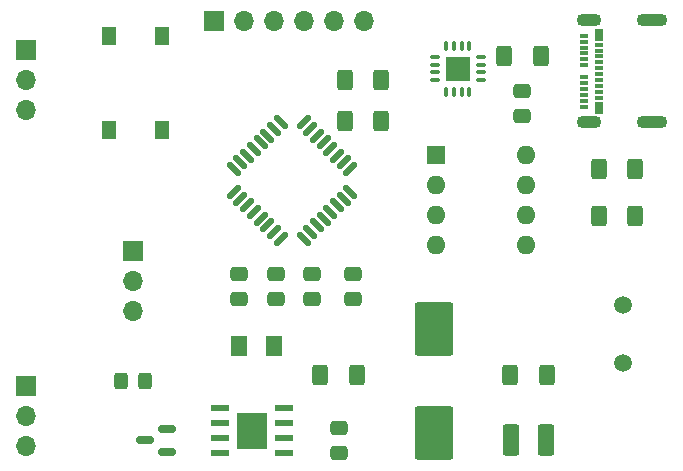
<source format=gbr>
%TF.GenerationSoftware,KiCad,Pcbnew,8.0.6*%
%TF.CreationDate,2025-06-01T13:35:19-05:00*%
%TF.ProjectId,TPS_Calibration_Board,5450535f-4361-46c6-9962-726174696f6e,rev?*%
%TF.SameCoordinates,Original*%
%TF.FileFunction,Soldermask,Top*%
%TF.FilePolarity,Negative*%
%FSLAX46Y46*%
G04 Gerber Fmt 4.6, Leading zero omitted, Abs format (unit mm)*
G04 Created by KiCad (PCBNEW 8.0.6) date 2025-06-01 13:35:19*
%MOMM*%
%LPD*%
G01*
G04 APERTURE LIST*
G04 Aperture macros list*
%AMRoundRect*
0 Rectangle with rounded corners*
0 $1 Rounding radius*
0 $2 $3 $4 $5 $6 $7 $8 $9 X,Y pos of 4 corners*
0 Add a 4 corners polygon primitive as box body*
4,1,4,$2,$3,$4,$5,$6,$7,$8,$9,$2,$3,0*
0 Add four circle primitives for the rounded corners*
1,1,$1+$1,$2,$3*
1,1,$1+$1,$4,$5*
1,1,$1+$1,$6,$7*
1,1,$1+$1,$8,$9*
0 Add four rect primitives between the rounded corners*
20,1,$1+$1,$2,$3,$4,$5,0*
20,1,$1+$1,$4,$5,$6,$7,0*
20,1,$1+$1,$6,$7,$8,$9,0*
20,1,$1+$1,$8,$9,$2,$3,0*%
G04 Aperture macros list end*
%ADD10RoundRect,0.250000X0.475000X-0.337500X0.475000X0.337500X-0.475000X0.337500X-0.475000X-0.337500X0*%
%ADD11RoundRect,0.250000X-0.325000X-0.450000X0.325000X-0.450000X0.325000X0.450000X-0.325000X0.450000X0*%
%ADD12R,1.700000X1.700000*%
%ADD13O,1.700000X1.700000*%
%ADD14RoundRect,0.250000X-0.400000X-0.625000X0.400000X-0.625000X0.400000X0.625000X-0.400000X0.625000X0*%
%ADD15RoundRect,0.075000X-0.350000X-0.075000X0.350000X-0.075000X0.350000X0.075000X-0.350000X0.075000X0*%
%ADD16RoundRect,0.075000X-0.075000X-0.350000X0.075000X-0.350000X0.075000X0.350000X-0.075000X0.350000X0*%
%ADD17R,2.100000X2.100000*%
%ADD18RoundRect,0.250000X1.400000X2.000000X-1.400000X2.000000X-1.400000X-2.000000X1.400000X-2.000000X0*%
%ADD19R,1.550000X0.600000*%
%ADD20R,2.600000X3.100000*%
%ADD21RoundRect,0.250001X-0.462499X-1.074999X0.462499X-1.074999X0.462499X1.074999X-0.462499X1.074999X0*%
%ADD22R,0.700000X0.300000*%
%ADD23R,0.700000X1.000000*%
%ADD24O,2.100000X1.100000*%
%ADD25O,2.600000X1.100000*%
%ADD26RoundRect,0.250000X0.400000X0.625000X-0.400000X0.625000X-0.400000X-0.625000X0.400000X-0.625000X0*%
%ADD27RoundRect,0.250001X-0.462499X-0.624999X0.462499X-0.624999X0.462499X0.624999X-0.462499X0.624999X0*%
%ADD28RoundRect,0.250000X-0.475000X0.337500X-0.475000X-0.337500X0.475000X-0.337500X0.475000X0.337500X0*%
%ADD29R,1.600000X1.600000*%
%ADD30O,1.600000X1.600000*%
%ADD31C,1.500000*%
%ADD32RoundRect,0.125000X-0.353553X-0.530330X0.530330X0.353553X0.353553X0.530330X-0.530330X-0.353553X0*%
%ADD33RoundRect,0.125000X0.353553X-0.530330X0.530330X-0.353553X-0.353553X0.530330X-0.530330X0.353553X0*%
%ADD34RoundRect,0.150000X0.587500X0.150000X-0.587500X0.150000X-0.587500X-0.150000X0.587500X-0.150000X0*%
%ADD35R,1.300000X1.550000*%
G04 APERTURE END LIST*
D10*
%TO.C,C4*%
X36500000Y-43827500D03*
X36500000Y-41752500D03*
%TD*%
%TO.C,C5*%
X39670000Y-43827500D03*
X39670000Y-41752500D03*
%TD*%
D11*
%TO.C,F1*%
X26475000Y-50790000D03*
X28525000Y-50790000D03*
%TD*%
D12*
%TO.C,J3*%
X34400000Y-20290000D03*
D13*
X36940000Y-20290000D03*
X39480000Y-20290000D03*
X42020000Y-20290000D03*
X44560000Y-20290000D03*
X47100000Y-20290000D03*
%TD*%
D14*
%TO.C,R8*%
X66950000Y-32790000D03*
X70050000Y-32790000D03*
%TD*%
D15*
%TO.C,U3*%
X53075000Y-23340000D03*
X53075000Y-23990000D03*
X53075000Y-24640000D03*
X53075000Y-25290000D03*
D16*
X54050000Y-26265000D03*
X54700000Y-26265000D03*
X55350000Y-26265000D03*
X56000000Y-26265000D03*
D15*
X56975000Y-25290000D03*
X56975000Y-24640000D03*
X56975000Y-23990000D03*
X56975000Y-23340000D03*
D16*
X56000000Y-22365000D03*
X55350000Y-22365000D03*
X54700000Y-22365000D03*
X54050000Y-22365000D03*
D17*
X55025000Y-24315000D03*
%TD*%
D14*
%TO.C,R11*%
X43400000Y-50290000D03*
X46500000Y-50290000D03*
%TD*%
D18*
%TO.C,D1*%
X53000000Y-55190000D03*
X53000000Y-46390000D03*
%TD*%
D19*
%TO.C,U4*%
X34900000Y-53085000D03*
X34900000Y-54355000D03*
X34900000Y-55625000D03*
X34900000Y-56895000D03*
X40300000Y-56895000D03*
X40300000Y-55625000D03*
X40300000Y-54355000D03*
X40300000Y-53085000D03*
D20*
X37600000Y-54990000D03*
%TD*%
D21*
%TO.C,L1*%
X59500000Y-55790000D03*
X62475000Y-55790000D03*
%TD*%
D22*
%TO.C,P1*%
X65700000Y-27540000D03*
X65700000Y-27040000D03*
X65700000Y-26540000D03*
X65700000Y-26040000D03*
X65700000Y-25540000D03*
X65700000Y-25040000D03*
X65700000Y-24040000D03*
X65700000Y-23540000D03*
X65700000Y-23040000D03*
X65700000Y-22540000D03*
X65700000Y-22040000D03*
X65700000Y-21540000D03*
D23*
X67000000Y-21440000D03*
D22*
X67000000Y-22290000D03*
X67000000Y-22790000D03*
X67000000Y-23290000D03*
X67000000Y-23790000D03*
X67000000Y-24290000D03*
X67000000Y-24790000D03*
X67000000Y-25290000D03*
X67000000Y-25790000D03*
X67000000Y-26290000D03*
X67000000Y-26790000D03*
D23*
X67000000Y-27640000D03*
D24*
X66110000Y-28860000D03*
D25*
X71470000Y-28860000D03*
D24*
X66110000Y-20220000D03*
D25*
X71470000Y-20220000D03*
%TD*%
D26*
%TO.C,R4*%
X48550000Y-25290000D03*
X45450000Y-25290000D03*
%TD*%
%TO.C,R5*%
X48550000Y-28790000D03*
X45450000Y-28790000D03*
%TD*%
D14*
%TO.C,R10*%
X66950000Y-36790000D03*
X70050000Y-36790000D03*
%TD*%
D27*
%TO.C,D2*%
X36512500Y-47790000D03*
X39487500Y-47790000D03*
%TD*%
D28*
%TO.C,C12*%
X60500000Y-26252500D03*
X60500000Y-28327500D03*
%TD*%
D12*
%TO.C,J2*%
X18500000Y-22765000D03*
D13*
X18500000Y-25305000D03*
X18500000Y-27845000D03*
%TD*%
D29*
%TO.C,U1*%
X53200000Y-31670000D03*
D30*
X53200000Y-34210000D03*
X53200000Y-36750000D03*
X53200000Y-39290000D03*
X60820000Y-39290000D03*
X60820000Y-36750000D03*
X60820000Y-34210000D03*
X60820000Y-31670000D03*
%TD*%
D28*
%TO.C,C13*%
X45000000Y-54752500D03*
X45000000Y-56827500D03*
%TD*%
D14*
%TO.C,R7*%
X58950000Y-23290000D03*
X62050000Y-23290000D03*
%TD*%
D31*
%TO.C,Y1*%
X69000000Y-44340000D03*
X69000000Y-49220000D03*
%TD*%
D12*
%TO.C,J1*%
X18500000Y-51210000D03*
D13*
X18500000Y-53750000D03*
X18500000Y-56290000D03*
%TD*%
D12*
%TO.C,JP1*%
X27500000Y-39750000D03*
D13*
X27500000Y-42290000D03*
X27500000Y-44830000D03*
%TD*%
D32*
%TO.C,U2*%
X36067930Y-34762272D03*
X36633616Y-35327957D03*
X37199301Y-35893643D03*
X37764986Y-36459328D03*
X38330672Y-37025014D03*
X38896357Y-37590699D03*
X39462043Y-38156384D03*
X40027728Y-38722070D03*
D33*
X41972272Y-38722070D03*
X42537957Y-38156384D03*
X43103643Y-37590699D03*
X43669328Y-37025014D03*
X44235014Y-36459328D03*
X44800699Y-35893643D03*
X45366384Y-35327957D03*
X45932070Y-34762272D03*
D32*
X45932070Y-32817728D03*
X45366384Y-32252043D03*
X44800699Y-31686357D03*
X44235014Y-31120672D03*
X43669328Y-30554986D03*
X43103643Y-29989301D03*
X42537957Y-29423616D03*
X41972272Y-28857930D03*
D33*
X40027728Y-28857930D03*
X39462043Y-29423616D03*
X38896357Y-29989301D03*
X38330672Y-30554986D03*
X37764986Y-31120672D03*
X37199301Y-31686357D03*
X36633616Y-32252043D03*
X36067930Y-32817728D03*
%TD*%
D34*
%TO.C,Q1*%
X30437500Y-56740000D03*
X30437500Y-54840000D03*
X28562500Y-55790000D03*
%TD*%
D35*
%TO.C,SW1*%
X30000000Y-21590000D03*
X30000000Y-29540000D03*
X25500000Y-21590000D03*
X25500000Y-29540000D03*
%TD*%
D26*
%TO.C,R9*%
X62550000Y-50290000D03*
X59450000Y-50290000D03*
%TD*%
D10*
%TO.C,C7*%
X46180000Y-43827500D03*
X46180000Y-41752500D03*
%TD*%
%TO.C,C6*%
X42680000Y-43827500D03*
X42680000Y-41752500D03*
%TD*%
M02*

</source>
